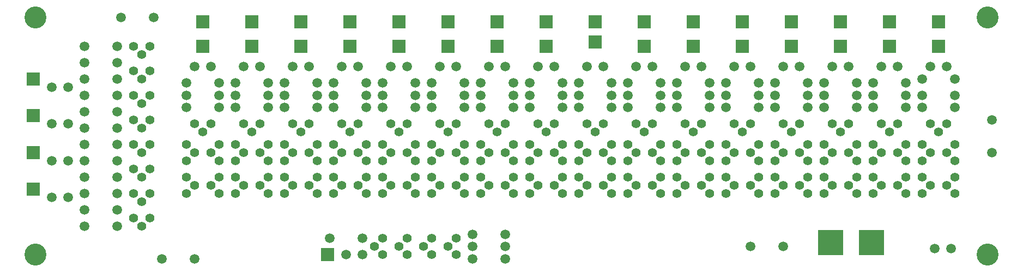
<source format=gts>
G75*
G70*
%OFA0B0*%
%FSLAX24Y24*%
%IPPOS*%
%LPD*%
%AMOC8*
5,1,8,0,0,1.08239X$1,22.5*
%
%ADD10C,0.0595*%
%ADD11C,0.0556*%
%ADD12C,0.1340*%
%ADD13R,0.0789X0.0789*%
%ADD14R,0.1580X0.1580*%
D10*
X009100Y001100D03*
X011100Y001100D03*
X006350Y003100D03*
X004350Y003100D03*
X004350Y004100D03*
X006350Y004100D03*
X003350Y004850D03*
X002350Y004850D03*
X004350Y005100D03*
X006350Y005100D03*
X006350Y006100D03*
X004350Y006100D03*
X004350Y007100D03*
X003350Y007100D03*
X002350Y007100D03*
X004350Y008100D03*
X006350Y008100D03*
X006350Y009100D03*
X004350Y009100D03*
X003350Y009350D03*
X002350Y009350D03*
X004350Y010100D03*
X006350Y010100D03*
X006350Y011100D03*
X004350Y011100D03*
X003350Y011600D03*
X002350Y011600D03*
X004350Y012100D03*
X006350Y012100D03*
X006350Y013100D03*
X004350Y013100D03*
X004350Y014100D03*
X006350Y014100D03*
X011100Y012850D03*
X012100Y012850D03*
X014100Y012850D03*
X015100Y012850D03*
X017100Y012850D03*
X018100Y012850D03*
X020100Y012850D03*
X021100Y012850D03*
X023100Y012850D03*
X024100Y012850D03*
X026100Y012850D03*
X027100Y012850D03*
X029100Y012850D03*
X030100Y012850D03*
X032100Y012850D03*
X033100Y012850D03*
X035100Y012850D03*
X036100Y012850D03*
X038100Y012850D03*
X039100Y012850D03*
X041100Y012850D03*
X042100Y012850D03*
X044100Y012850D03*
X045100Y012850D03*
X047100Y012850D03*
X048100Y012850D03*
X050100Y012850D03*
X051100Y012850D03*
X053100Y012850D03*
X054100Y012850D03*
X056100Y012850D03*
X057100Y012850D03*
X057600Y012100D03*
X055600Y012100D03*
X054600Y011850D03*
X052600Y011850D03*
X051600Y011850D03*
X049600Y011850D03*
X048600Y011850D03*
X046600Y011850D03*
X045600Y011850D03*
X043600Y011850D03*
X042600Y011850D03*
X040600Y011850D03*
X039600Y011850D03*
X039600Y011100D03*
X040600Y011100D03*
X042600Y011100D03*
X043600Y011100D03*
X045600Y011100D03*
X046600Y011100D03*
X048600Y011100D03*
X049600Y011100D03*
X051600Y011100D03*
X052600Y011100D03*
X054600Y011100D03*
X055600Y011100D03*
X057600Y011100D03*
X057600Y010350D03*
X055600Y010350D03*
X054600Y010350D03*
X052600Y010350D03*
X051600Y010350D03*
X049600Y010350D03*
X048600Y010350D03*
X046600Y010350D03*
X045600Y010350D03*
X043600Y010350D03*
X042600Y010350D03*
X040600Y010350D03*
X039600Y010350D03*
X037600Y010350D03*
X036600Y010350D03*
X034600Y010350D03*
X033600Y010350D03*
X031600Y010350D03*
X030600Y010350D03*
X028600Y010350D03*
X027600Y010350D03*
X025600Y010350D03*
X024600Y010350D03*
X022600Y010350D03*
X021600Y010350D03*
X019600Y010350D03*
X018600Y010350D03*
X018600Y011100D03*
X019600Y011100D03*
X021600Y011100D03*
X022600Y011100D03*
X024600Y011100D03*
X025600Y011100D03*
X027600Y011100D03*
X028600Y011100D03*
X030600Y011100D03*
X031600Y011100D03*
X033600Y011100D03*
X034600Y011100D03*
X036600Y011100D03*
X037600Y011100D03*
X037600Y011850D03*
X036600Y011850D03*
X034600Y011850D03*
X033600Y011850D03*
X031600Y011850D03*
X030600Y011850D03*
X028600Y011850D03*
X027600Y011850D03*
X025600Y011850D03*
X024600Y011850D03*
X022600Y011850D03*
X021600Y011850D03*
X019600Y011850D03*
X018600Y011850D03*
X016600Y011850D03*
X015600Y011850D03*
X013600Y011850D03*
X012600Y011850D03*
X010600Y011850D03*
X010600Y011100D03*
X012600Y011100D03*
X013600Y011100D03*
X015600Y011100D03*
X016600Y011100D03*
X016600Y010350D03*
X015600Y010350D03*
X013600Y010350D03*
X012600Y010350D03*
X010600Y010350D03*
X006350Y007100D03*
X019350Y002350D03*
X021350Y002350D03*
X021350Y001350D03*
X020350Y001350D03*
X028100Y001100D03*
X030100Y001100D03*
X030100Y001850D03*
X028100Y001850D03*
X028100Y002600D03*
X030100Y002600D03*
X045100Y001850D03*
X047100Y001850D03*
X056350Y001725D03*
X057350Y001725D03*
X059850Y007600D03*
X059850Y009600D03*
X008600Y015850D03*
X006600Y015850D03*
D11*
X007350Y014100D03*
X007850Y013600D03*
X008350Y014100D03*
X008350Y012600D03*
X007350Y012600D03*
X007850Y012100D03*
X007350Y011100D03*
X008350Y011100D03*
X007850Y010600D03*
X007350Y009600D03*
X008350Y009600D03*
X007850Y009100D03*
X007350Y008100D03*
X008350Y008100D03*
X007850Y007600D03*
X010600Y007100D03*
X011100Y007600D03*
X012100Y007600D03*
X012600Y007100D03*
X013600Y007100D03*
X014100Y007600D03*
X015100Y007600D03*
X015600Y007100D03*
X016600Y007100D03*
X017100Y007600D03*
X018100Y007600D03*
X018600Y007100D03*
X019600Y007100D03*
X020100Y007600D03*
X021100Y007600D03*
X021600Y007100D03*
X022600Y007100D03*
X023100Y007600D03*
X024100Y007600D03*
X024600Y007100D03*
X025600Y007100D03*
X026100Y007600D03*
X027100Y007600D03*
X027600Y007100D03*
X028600Y007100D03*
X029100Y007600D03*
X030100Y007600D03*
X030600Y007100D03*
X031600Y007100D03*
X032100Y007600D03*
X033100Y007600D03*
X033600Y007100D03*
X034600Y007100D03*
X035100Y007600D03*
X036100Y007600D03*
X036600Y007100D03*
X037600Y007100D03*
X038100Y007600D03*
X039100Y007600D03*
X039600Y007100D03*
X040600Y007100D03*
X041100Y007600D03*
X042100Y007600D03*
X042600Y007100D03*
X043600Y007100D03*
X044100Y007600D03*
X045100Y007600D03*
X045600Y007100D03*
X046600Y007100D03*
X047100Y007600D03*
X048100Y007600D03*
X048600Y007100D03*
X049600Y007100D03*
X050100Y007600D03*
X051100Y007600D03*
X051600Y007100D03*
X052600Y007100D03*
X053100Y007600D03*
X054100Y007600D03*
X054600Y007100D03*
X055600Y007100D03*
X056100Y007600D03*
X057100Y007600D03*
X057600Y007100D03*
X057600Y006100D03*
X057100Y005600D03*
X056100Y005600D03*
X055600Y005100D03*
X054600Y005100D03*
X054100Y005600D03*
X053100Y005600D03*
X052600Y005100D03*
X051600Y005100D03*
X051100Y005600D03*
X050100Y005600D03*
X049600Y005100D03*
X048600Y005100D03*
X048100Y005600D03*
X047100Y005600D03*
X046600Y005100D03*
X045600Y005100D03*
X045100Y005600D03*
X044100Y005600D03*
X043600Y005100D03*
X042600Y005100D03*
X042100Y005600D03*
X041100Y005600D03*
X040600Y005100D03*
X039600Y005100D03*
X039100Y005600D03*
X038100Y005600D03*
X037600Y005100D03*
X036600Y005100D03*
X036100Y005600D03*
X035100Y005600D03*
X034600Y005100D03*
X033600Y005100D03*
X033100Y005600D03*
X032100Y005600D03*
X031600Y005100D03*
X030600Y005100D03*
X030100Y005600D03*
X029100Y005600D03*
X028600Y005100D03*
X027600Y005100D03*
X027100Y005600D03*
X026100Y005600D03*
X025600Y005100D03*
X024600Y005100D03*
X024100Y005600D03*
X023100Y005600D03*
X022600Y005100D03*
X021600Y005100D03*
X021100Y005600D03*
X020100Y005600D03*
X019600Y005100D03*
X018600Y005100D03*
X018100Y005600D03*
X017100Y005600D03*
X016600Y005100D03*
X015600Y005100D03*
X015100Y005600D03*
X014100Y005600D03*
X013600Y005100D03*
X012600Y005100D03*
X012100Y005600D03*
X011100Y005600D03*
X010600Y005100D03*
X008350Y005100D03*
X007350Y005100D03*
X007850Y004600D03*
X007350Y003600D03*
X007850Y003100D03*
X008350Y003600D03*
X007850Y006100D03*
X007350Y006600D03*
X008350Y006600D03*
X010600Y006100D03*
X012600Y006100D03*
X013600Y006100D03*
X015600Y006100D03*
X016600Y006100D03*
X018600Y006100D03*
X019600Y006100D03*
X021600Y006100D03*
X022600Y006100D03*
X024600Y006100D03*
X025600Y006100D03*
X027600Y006100D03*
X028600Y006100D03*
X030600Y006100D03*
X031600Y006100D03*
X033600Y006100D03*
X034600Y006100D03*
X036600Y006100D03*
X037600Y006100D03*
X039600Y006100D03*
X040600Y006100D03*
X042600Y006100D03*
X043600Y006100D03*
X045600Y006100D03*
X046600Y006100D03*
X048600Y006100D03*
X049600Y006100D03*
X051600Y006100D03*
X052600Y006100D03*
X054600Y006100D03*
X055600Y006100D03*
X057600Y005100D03*
X057600Y008100D03*
X055600Y008100D03*
X054600Y008100D03*
X052600Y008100D03*
X051600Y008100D03*
X049600Y008100D03*
X048600Y008100D03*
X046600Y008100D03*
X045600Y008100D03*
X043600Y008100D03*
X042600Y008100D03*
X040600Y008100D03*
X039600Y008100D03*
X038600Y008850D03*
X038100Y009350D03*
X039100Y009350D03*
X041100Y009350D03*
X042100Y009350D03*
X041600Y008850D03*
X044100Y009350D03*
X045100Y009350D03*
X044600Y008850D03*
X047100Y009350D03*
X048100Y009350D03*
X047600Y008850D03*
X050100Y009350D03*
X051100Y009350D03*
X050600Y008850D03*
X053100Y009350D03*
X054100Y009350D03*
X053600Y008850D03*
X056100Y009350D03*
X057100Y009350D03*
X056600Y008850D03*
X037600Y008100D03*
X036600Y008100D03*
X034600Y008100D03*
X033600Y008100D03*
X031600Y008100D03*
X030600Y008100D03*
X028600Y008100D03*
X027600Y008100D03*
X025600Y008100D03*
X024600Y008100D03*
X022600Y008100D03*
X021600Y008100D03*
X019600Y008100D03*
X018600Y008100D03*
X017600Y008850D03*
X017100Y009350D03*
X018100Y009350D03*
X020100Y009350D03*
X021100Y009350D03*
X020600Y008850D03*
X023100Y009350D03*
X024100Y009350D03*
X023600Y008850D03*
X026100Y009350D03*
X027100Y009350D03*
X026600Y008850D03*
X029100Y009350D03*
X030100Y009350D03*
X029600Y008850D03*
X032100Y009350D03*
X033100Y009350D03*
X032600Y008850D03*
X035100Y009350D03*
X036100Y009350D03*
X035600Y008850D03*
X016600Y008100D03*
X015600Y008100D03*
X013600Y008100D03*
X012600Y008100D03*
X010600Y008100D03*
X011600Y008850D03*
X011100Y009350D03*
X012100Y009350D03*
X014100Y009350D03*
X015100Y009350D03*
X014600Y008850D03*
X022600Y002350D03*
X022100Y001850D03*
X022600Y001350D03*
X023600Y001850D03*
X025100Y001850D03*
X025600Y001350D03*
X024100Y001350D03*
X026600Y001850D03*
X027100Y001350D03*
X027100Y002350D03*
X025600Y002350D03*
X024100Y002350D03*
D12*
X001350Y001350D03*
X001350Y015850D03*
X059600Y015850D03*
X059600Y001350D03*
D13*
X019225Y001350D03*
X001225Y005350D03*
X001225Y007600D03*
X001225Y009850D03*
X001225Y012100D03*
X011600Y014100D03*
X014600Y014100D03*
X017600Y014100D03*
X020600Y014100D03*
X023600Y014100D03*
X026600Y014100D03*
X029600Y014100D03*
X032600Y014100D03*
X035600Y014350D03*
X038600Y014100D03*
X041600Y014100D03*
X044600Y014100D03*
X047600Y014100D03*
X050600Y014100D03*
X053600Y014100D03*
X056600Y014100D03*
X056600Y015600D03*
X053600Y015600D03*
X050600Y015600D03*
X047600Y015600D03*
X044600Y015600D03*
X041600Y015600D03*
X038600Y015600D03*
X035600Y015600D03*
X032600Y015600D03*
X029600Y015600D03*
X026600Y015600D03*
X023600Y015600D03*
X020600Y015600D03*
X017600Y015600D03*
X014600Y015600D03*
X011600Y015600D03*
D14*
X049975Y002100D03*
X052475Y002100D03*
M02*

</source>
